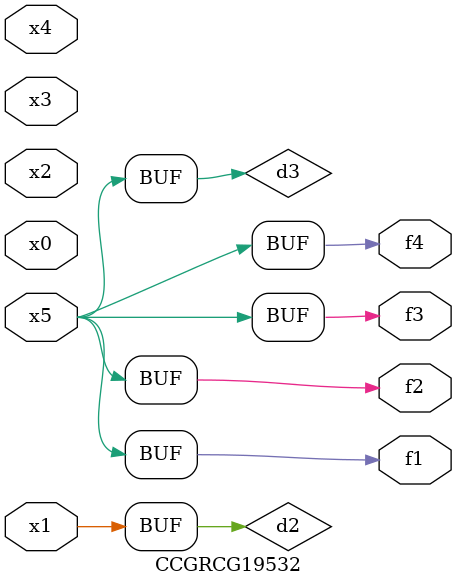
<source format=v>
module CCGRCG19532(
	input x0, x1, x2, x3, x4, x5,
	output f1, f2, f3, f4
);

	wire d1, d2, d3;

	not (d1, x5);
	or (d2, x1);
	xnor (d3, d1);
	assign f1 = d3;
	assign f2 = d3;
	assign f3 = d3;
	assign f4 = d3;
endmodule

</source>
